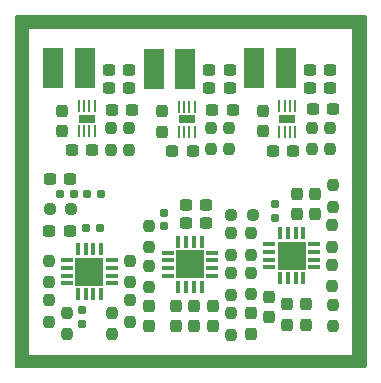
<source format=gbp>
%TF.GenerationSoftware,KiCad,Pcbnew,(6.0.6)*%
%TF.CreationDate,2022-07-20T12:02:56+02:00*%
%TF.ProjectId,low_freq_board,6c6f775f-6672-4657-915f-626f6172642e,rev?*%
%TF.SameCoordinates,PX4f27ac0PY57bcf00*%
%TF.FileFunction,Paste,Bot*%
%TF.FilePolarity,Positive*%
%FSLAX46Y46*%
G04 Gerber Fmt 4.6, Leading zero omitted, Abs format (unit mm)*
G04 Created by KiCad (PCBNEW (6.0.6)) date 2022-07-20 12:02:56*
%MOMM*%
%LPD*%
G01*
G04 APERTURE LIST*
G04 Aperture macros list*
%AMRoundRect*
0 Rectangle with rounded corners*
0 $1 Rounding radius*
0 $2 $3 $4 $5 $6 $7 $8 $9 X,Y pos of 4 corners*
0 Add a 4 corners polygon primitive as box body*
4,1,4,$2,$3,$4,$5,$6,$7,$8,$9,$2,$3,0*
0 Add four circle primitives for the rounded corners*
1,1,$1+$1,$2,$3*
1,1,$1+$1,$4,$5*
1,1,$1+$1,$6,$7*
1,1,$1+$1,$8,$9*
0 Add four rect primitives between the rounded corners*
20,1,$1+$1,$2,$3,$4,$5,0*
20,1,$1+$1,$4,$5,$6,$7,0*
20,1,$1+$1,$6,$7,$8,$9,0*
20,1,$1+$1,$8,$9,$2,$3,0*%
G04 Aperture macros list end*
%ADD10R,0.350000X1.000000*%
%ADD11R,1.000000X0.350000*%
%ADD12R,2.400000X2.400000*%
%ADD13RoundRect,0.237500X0.237500X-0.300000X0.237500X0.300000X-0.237500X0.300000X-0.237500X-0.300000X0*%
%ADD14RoundRect,0.237500X0.237500X-0.250000X0.237500X0.250000X-0.237500X0.250000X-0.237500X-0.250000X0*%
%ADD15RoundRect,0.237500X-0.237500X0.250000X-0.237500X-0.250000X0.237500X-0.250000X0.237500X0.250000X0*%
%ADD16RoundRect,0.237500X-0.237500X0.300000X-0.237500X-0.300000X0.237500X-0.300000X0.237500X0.300000X0*%
%ADD17RoundRect,0.237500X-0.300000X-0.237500X0.300000X-0.237500X0.300000X0.237500X-0.300000X0.237500X0*%
%ADD18RoundRect,0.237500X-0.250000X-0.237500X0.250000X-0.237500X0.250000X0.237500X-0.250000X0.237500X0*%
%ADD19RoundRect,0.155000X0.155000X-0.212500X0.155000X0.212500X-0.155000X0.212500X-0.155000X-0.212500X0*%
%ADD20RoundRect,0.237500X0.300000X0.237500X-0.300000X0.237500X-0.300000X-0.237500X0.300000X-0.237500X0*%
%ADD21R,1.803400X3.505200*%
%ADD22RoundRect,0.160000X0.197500X0.160000X-0.197500X0.160000X-0.197500X-0.160000X0.197500X-0.160000X0*%
%ADD23R,0.254000X1.066800*%
%ADD24R,1.371600X0.635000*%
%ADD25RoundRect,0.237500X0.250000X0.237500X-0.250000X0.237500X-0.250000X-0.237500X0.250000X-0.237500X0*%
%ADD26RoundRect,0.155000X-0.212500X-0.155000X0.212500X-0.155000X0.212500X0.155000X-0.212500X0.155000X0*%
%ADD27RoundRect,0.155000X-0.155000X0.212500X-0.155000X-0.212500X0.155000X-0.212500X0.155000X0.212500X0*%
G04 APERTURE END LIST*
D10*
%TO.C,U4*%
X29540393Y12714607D03*
X28890393Y12714607D03*
X28240393Y12714607D03*
X27590393Y12714607D03*
D11*
X26665393Y13639607D03*
X26665393Y14289607D03*
X26665393Y14939607D03*
X26665393Y15589607D03*
D10*
X27590393Y16514607D03*
X28240393Y16514607D03*
X28890393Y16514607D03*
X29540393Y16514607D03*
D11*
X30465393Y15589607D03*
X30465393Y14939607D03*
X30465393Y14289607D03*
X30465393Y13639607D03*
D12*
X28565393Y14614607D03*
%TD*%
D13*
%TO.C,C4*%
X17569904Y25120407D03*
X17569904Y26845407D03*
%TD*%
D14*
%TO.C,R15*%
X7982893Y12382107D03*
X7982893Y14207107D03*
%TD*%
D15*
%TO.C,R7*%
X32005393Y13847107D03*
X32005393Y12022107D03*
%TD*%
D16*
%TO.C,C15*%
X29730393Y10492107D03*
X29730393Y8767107D03*
%TD*%
D13*
%TO.C,C29*%
X28960393Y18117107D03*
X28960393Y19842107D03*
%TD*%
D16*
%TO.C,C32*%
X20322893Y10399607D03*
X20322893Y8674607D03*
%TD*%
D15*
%TO.C,R16*%
X7970393Y10837107D03*
X7970393Y9012107D03*
%TD*%
D14*
%TO.C,R3*%
X30272893Y23647107D03*
X30272893Y25472107D03*
%TD*%
D17*
%TO.C,C5*%
X30080393Y28799607D03*
X31805393Y28799607D03*
%TD*%
D15*
%TO.C,R19*%
X14870393Y10847107D03*
X14870393Y9022107D03*
%TD*%
D17*
%TO.C,C6*%
X30330393Y26999607D03*
X32055393Y26999607D03*
%TD*%
D18*
%TO.C,R21*%
X8047893Y18606212D03*
X9872893Y18606212D03*
%TD*%
D14*
%TO.C,R14*%
X23392893Y7934607D03*
X23392893Y9759607D03*
%TD*%
D19*
%TO.C,C14*%
X27180393Y17842107D03*
X27180393Y18977107D03*
%TD*%
D16*
%TO.C,C13*%
X28190393Y10492107D03*
X28190393Y8767107D03*
%TD*%
D14*
%TO.C,R9*%
X25125393Y11342107D03*
X25125393Y13167107D03*
%TD*%
D20*
%TO.C,C7*%
X28692893Y23519607D03*
X26967893Y23519607D03*
%TD*%
%TO.C,C11*%
X11685393Y23567107D03*
X9960393Y23567107D03*
%TD*%
D14*
%TO.C,R17*%
X9500393Y7962107D03*
X9500393Y9787107D03*
%TD*%
D20*
%TO.C,C30*%
X21315393Y17347107D03*
X19590393Y17347107D03*
%TD*%
D15*
%TO.C,R24*%
X16472893Y13779607D03*
X16472893Y11954607D03*
%TD*%
D17*
%TO.C,C2*%
X21817404Y26982907D03*
X23542404Y26982907D03*
%TD*%
D16*
%TO.C,C28*%
X26650393Y11122107D03*
X26650393Y9397107D03*
%TD*%
D17*
%TO.C,C10*%
X13335393Y26957107D03*
X15060393Y26957107D03*
%TD*%
D10*
%TO.C,U5*%
X20917893Y11997107D03*
X20267893Y11997107D03*
X19617893Y11997107D03*
X18967893Y11997107D03*
D11*
X18042893Y12922107D03*
X18042893Y13572107D03*
X18042893Y14222107D03*
X18042893Y14872107D03*
D10*
X18967893Y15797107D03*
X19617893Y15797107D03*
X20267893Y15797107D03*
X20917893Y15797107D03*
D11*
X21842893Y14872107D03*
X21842893Y14222107D03*
X21842893Y13572107D03*
X21842893Y12922107D03*
D12*
X19942893Y13897107D03*
%TD*%
D20*
%TO.C,C23*%
X9822893Y21106212D03*
X8097893Y21106212D03*
%TD*%
D14*
%TO.C,R1*%
X21759904Y23630407D03*
X21759904Y25455407D03*
%TD*%
D21*
%TO.C,L3*%
X11069082Y30497102D03*
X8376682Y30497102D03*
%TD*%
D15*
%TO.C,R6*%
X14797893Y25429607D03*
X14797893Y23604607D03*
%TD*%
D19*
%TO.C,C19*%
X17752893Y17129607D03*
X17752893Y18264607D03*
%TD*%
D20*
%TO.C,C3*%
X20169205Y23522907D03*
X18444205Y23522907D03*
%TD*%
D14*
%TO.C,R20*%
X13350393Y7972107D03*
X13350393Y9797107D03*
%TD*%
D17*
%TO.C,C1*%
X21567404Y28830307D03*
X23292404Y28830307D03*
%TD*%
D21*
%TO.C,L2*%
X28061580Y30469619D03*
X25369180Y30469619D03*
%TD*%
D17*
%TO.C,C24*%
X21567404Y30352907D03*
X23292404Y30352907D03*
%TD*%
D14*
%TO.C,R10*%
X25125393Y14702107D03*
X25125393Y16527107D03*
%TD*%
D16*
%TO.C,C31*%
X16472893Y10369607D03*
X16472893Y8644607D03*
%TD*%
D14*
%TO.C,R18*%
X14862893Y12382107D03*
X14862893Y14207107D03*
%TD*%
D15*
%TO.C,R26*%
X23382893Y16499607D03*
X23382893Y14674607D03*
%TD*%
D16*
%TO.C,C20*%
X21852893Y10399607D03*
X21852893Y8674607D03*
%TD*%
D13*
%TO.C,C16*%
X30490393Y18117107D03*
X30490393Y19842107D03*
%TD*%
D20*
%TO.C,C26*%
X9765393Y16687107D03*
X8040393Y16687107D03*
%TD*%
D13*
%TO.C,C8*%
X26082893Y25137107D03*
X26082893Y26862107D03*
%TD*%
D14*
%TO.C,R8*%
X32010393Y8657107D03*
X32010393Y10482107D03*
%TD*%
D22*
%TO.C,R23*%
X10107893Y19856212D03*
X8912893Y19856212D03*
%TD*%
D16*
%TO.C,C18*%
X18772893Y10399607D03*
X18772893Y8674607D03*
%TD*%
D11*
%TO.C,U6*%
X9520393Y12269607D03*
X9520393Y12919607D03*
X9520393Y13569607D03*
X9520393Y14219607D03*
D10*
X10445393Y15144607D03*
X11095393Y15144607D03*
X11745393Y15144607D03*
X12395393Y15144607D03*
D11*
X13320393Y14219607D03*
X13320393Y13569607D03*
X13320393Y12919607D03*
X13320393Y12269607D03*
D10*
X12395393Y11344607D03*
X11745393Y11344607D03*
X11095393Y11344607D03*
X10445393Y11344607D03*
D12*
X11420393Y13244607D03*
%TD*%
D15*
%TO.C,R12*%
X32010393Y20562107D03*
X32010393Y18737107D03*
%TD*%
D14*
%TO.C,R5*%
X13277893Y23604607D03*
X13277893Y25429607D03*
%TD*%
D17*
%TO.C,C9*%
X13092893Y28817107D03*
X14817893Y28817107D03*
%TD*%
D16*
%TO.C,C17*%
X25130393Y9752107D03*
X25130393Y8027107D03*
%TD*%
D17*
%TO.C,C25*%
X30080393Y30319607D03*
X31805393Y30319607D03*
%TD*%
D23*
%TO.C,U1*%
X18989898Y27247088D03*
X19439897Y27247088D03*
X19889899Y27247088D03*
X20339898Y27247088D03*
X20339898Y25113488D03*
X19889899Y25113488D03*
X19439897Y25113488D03*
X18989898Y25113488D03*
D24*
X19664898Y26180288D03*
%TD*%
D20*
%TO.C,C33*%
X21312500Y18900000D03*
X19587500Y18900000D03*
%TD*%
D15*
%TO.C,R2*%
X23279904Y25455407D03*
X23279904Y23630407D03*
%TD*%
D25*
%TO.C,R27*%
X25275393Y18067107D03*
X23450393Y18067107D03*
%TD*%
D15*
%TO.C,R4*%
X31792893Y25472107D03*
X31792893Y23647107D03*
%TD*%
D26*
%TO.C,C22*%
X11152893Y16950000D03*
X12287893Y16950000D03*
%TD*%
D17*
%TO.C,C27*%
X13092893Y30327107D03*
X14817893Y30327107D03*
%TD*%
D13*
%TO.C,C12*%
X9087893Y25164607D03*
X9087893Y26889607D03*
%TD*%
D23*
%TO.C,U2*%
X27503354Y27266392D03*
X27953353Y27266392D03*
X28403355Y27266392D03*
X28853354Y27266392D03*
X28853354Y25132792D03*
X28403355Y25132792D03*
X27953353Y25132792D03*
X27503354Y25132792D03*
D24*
X28178354Y26199592D03*
%TD*%
D22*
%TO.C,R22*%
X12397500Y19850000D03*
X11202500Y19850000D03*
%TD*%
D27*
%TO.C,C21*%
X10760393Y10012107D03*
X10760393Y8877107D03*
%TD*%
D21*
%TO.C,L1*%
X19545672Y30462812D03*
X16853272Y30462812D03*
%TD*%
D15*
%TO.C,R25*%
X16472893Y17149607D03*
X16472893Y15324607D03*
%TD*%
D23*
%TO.C,U3*%
X10508330Y27283893D03*
X10958329Y27283893D03*
X11408331Y27283893D03*
X11858330Y27283893D03*
X11858330Y25150293D03*
X11408331Y25150293D03*
X10958329Y25150293D03*
X10508330Y25150293D03*
D24*
X11183330Y26217093D03*
%TD*%
D14*
%TO.C,R11*%
X32005393Y15382107D03*
X32005393Y17207107D03*
%TD*%
D15*
%TO.C,R13*%
X23382893Y13129607D03*
X23382893Y11304607D03*
%TD*%
G36*
X34842121Y34979998D02*
G01*
X34888614Y34926342D01*
X34900000Y34874000D01*
X34900000Y5226000D01*
X34879998Y5157879D01*
X34826342Y5111386D01*
X34774000Y5100000D01*
X5226000Y5100000D01*
X5157879Y5120002D01*
X5111386Y5173658D01*
X5100000Y5226000D01*
X5100000Y6218116D01*
X6300000Y6218116D01*
X6304475Y6202876D01*
X6305866Y6201671D01*
X6313545Y6200000D01*
X33681885Y6200000D01*
X33697124Y6204475D01*
X33698329Y6205865D01*
X33700000Y6213548D01*
X33700104Y33781468D01*
X33695629Y33796708D01*
X33694232Y33797919D01*
X33686565Y33799588D01*
X6318221Y33806700D01*
X6302978Y33802229D01*
X6301779Y33800846D01*
X6300104Y33793150D01*
X6300000Y6218116D01*
X5100000Y6218116D01*
X5100000Y34874000D01*
X5120002Y34942121D01*
X5173658Y34988614D01*
X5226000Y35000000D01*
X34774000Y35000000D01*
X34842121Y34979998D01*
G37*
M02*

</source>
